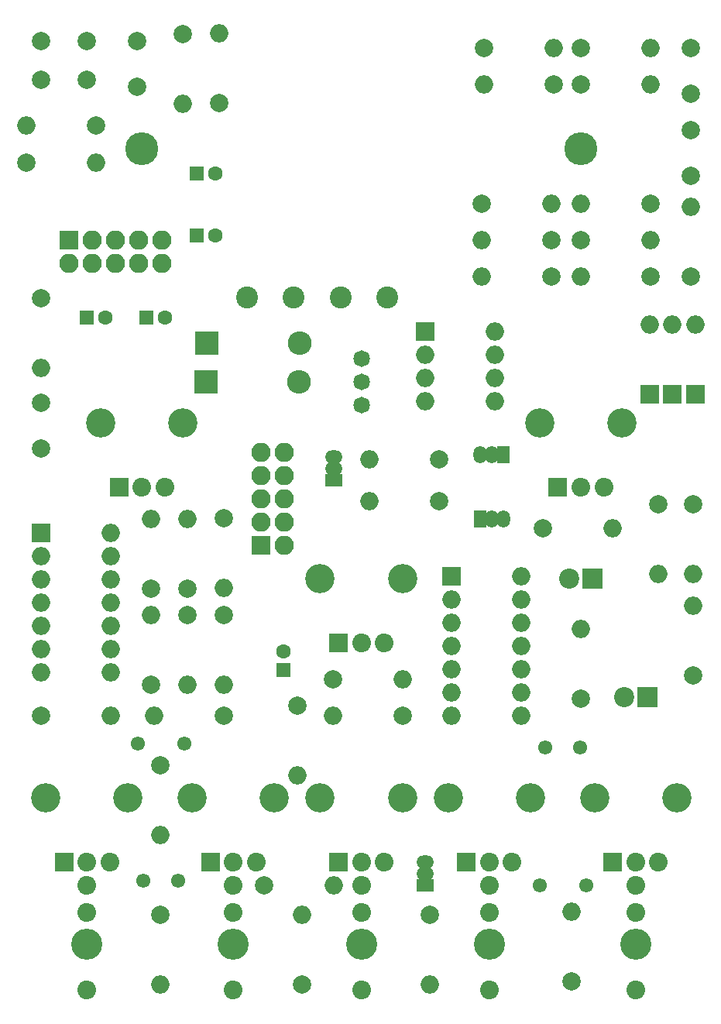
<source format=gbs>
G04 #@! TF.GenerationSoftware,KiCad,Pcbnew,(5.0.0)*
G04 #@! TF.CreationDate,2018-11-19T16:02:45+01:00*
G04 #@! TF.ProjectId,Corona_mainBoard,436F726F6E615F6D61696E426F617264,1*
G04 #@! TF.SameCoordinates,Original*
G04 #@! TF.FileFunction,Soldermask,Bot*
G04 #@! TF.FilePolarity,Negative*
%FSLAX46Y46*%
G04 Gerber Fmt 4.6, Leading zero omitted, Abs format (unit mm)*
G04 Created by KiCad (PCBNEW (5.0.0)) date 11/19/18 16:02:45*
%MOMM*%
%LPD*%
G01*
G04 APERTURE LIST*
%ADD10C,3.600000*%
%ADD11C,2.400000*%
%ADD12C,2.048460*%
%ADD13C,3.400000*%
%ADD14R,2.048460X2.048460*%
%ADD15C,3.194000*%
%ADD16C,1.822400*%
%ADD17C,1.550000*%
%ADD18C,2.000000*%
%ADD19R,1.600000X1.600000*%
%ADD20C,1.600000*%
%ADD21O,2.600000X2.600000*%
%ADD22R,2.600000X2.600000*%
%ADD23R,2.000000X2.000000*%
%ADD24O,2.000000X2.000000*%
%ADD25R,2.200000X2.200000*%
%ADD26C,2.200000*%
%ADD27R,2.100000X2.100000*%
%ADD28O,2.100000X2.100000*%
%ADD29R,1.900000X1.450000*%
%ADD30O,1.900000X1.450000*%
%ADD31O,1.450000X1.900000*%
%ADD32R,1.450000X1.900000*%
G04 APERTURE END LIST*
D10*
G04 #@! TO.C,MK4*
X63000000Y-15000000D03*
G04 #@! TD*
G04 #@! TO.C,MK3*
X15000000Y-14999999D03*
G04 #@! TD*
D11*
G04 #@! TO.C,F1*
X26500000Y-31250000D03*
X31580000Y-31260000D03*
G04 #@! TD*
G04 #@! TO.C,F2*
X41830000Y-31260000D03*
X36750000Y-31250000D03*
G04 #@! TD*
D12*
G04 #@! TO.C,J_IN1*
X9000000Y-95501140D03*
X9000000Y-98503420D03*
X9000000Y-106999720D03*
D13*
X9000000Y-102001000D03*
G04 #@! TD*
G04 #@! TO.C,J_OUT1*
X69000000Y-102000000D03*
D12*
X69000000Y-106998720D03*
X69000000Y-98502420D03*
X69000000Y-95500140D03*
G04 #@! TD*
D14*
G04 #@! TO.C,RV_FB1*
X60500640Y-51997700D03*
D12*
X63000000Y-51997700D03*
X65499360Y-51997700D03*
D15*
X58501660Y-45000000D03*
X67498340Y-45000000D03*
G04 #@! TD*
D16*
G04 #@! TO.C,SW1*
X39000000Y-43040000D03*
X39000000Y-37960000D03*
X39000000Y-40500000D03*
G04 #@! TD*
D15*
G04 #@! TO.C,RV_GAIN1*
X73498340Y-86000000D03*
X64501660Y-86000000D03*
D12*
X71499360Y-92997700D03*
X69000000Y-92997700D03*
D14*
X66500640Y-92997700D03*
G04 #@! TD*
D13*
G04 #@! TO.C,J_IN_DRV1*
X25000000Y-102000000D03*
D12*
X25000000Y-106998720D03*
X25000000Y-98502420D03*
X25000000Y-95500140D03*
G04 #@! TD*
G04 #@! TO.C,J_IN_FB1*
X53000000Y-95500140D03*
X53000000Y-98502420D03*
X53000000Y-106998720D03*
D13*
X53000000Y-102000000D03*
G04 #@! TD*
D14*
G04 #@! TO.C,RV_DRV1*
X12500640Y-51997700D03*
D12*
X15000000Y-51997700D03*
X17499360Y-51997700D03*
D15*
X10501660Y-45000000D03*
X19498340Y-45000000D03*
G04 #@! TD*
G04 #@! TO.C,RV_DRV_CV1*
X29498340Y-86000000D03*
X20501660Y-86000000D03*
D12*
X27499360Y-92997700D03*
X25000000Y-92997700D03*
D14*
X22500640Y-92997700D03*
G04 #@! TD*
D15*
G04 #@! TO.C,RV_FB_CV1*
X57498340Y-86000000D03*
X48501660Y-86000000D03*
D12*
X55499360Y-92997700D03*
X53000000Y-92997700D03*
D14*
X50500640Y-92997700D03*
G04 #@! TD*
D12*
G04 #@! TO.C,J_IN_TONE1*
X39000000Y-95500140D03*
X39000000Y-98502420D03*
X39000000Y-106998720D03*
D13*
X39000000Y-102000000D03*
G04 #@! TD*
D15*
G04 #@! TO.C,RV_IN1*
X13498340Y-86000000D03*
X4501660Y-86000000D03*
D12*
X11499360Y-92997700D03*
X9000000Y-92997700D03*
D14*
X6500640Y-92997700D03*
G04 #@! TD*
G04 #@! TO.C,RV_TONE1*
X36500640Y-68997700D03*
D12*
X39000000Y-68997700D03*
X41499360Y-68997700D03*
D15*
X34501660Y-62000000D03*
X43498340Y-62000000D03*
G04 #@! TD*
G04 #@! TO.C,RV_TONE_CV1*
X43498340Y-86000000D03*
X34501660Y-86000000D03*
D12*
X41499360Y-92997700D03*
X39000000Y-92997700D03*
D14*
X36500640Y-92997700D03*
G04 #@! TD*
D17*
G04 #@! TO.C,U5*
X15200000Y-95000000D03*
X14560000Y-80000000D03*
X19640000Y-80000000D03*
X19000000Y-95000000D03*
G04 #@! TD*
G04 #@! TO.C,U6*
X62940000Y-80500000D03*
X63580000Y-95500000D03*
X58500000Y-95500000D03*
X59140000Y-80500000D03*
G04 #@! TD*
D18*
G04 #@! TO.C,C1*
X9000000Y-3250000D03*
X4000000Y-3250000D03*
G04 #@! TD*
G04 #@! TO.C,C2*
X9000000Y-7500000D03*
X4000000Y-7500000D03*
G04 #@! TD*
G04 #@! TO.C,C5*
X75000000Y-18000000D03*
X75000000Y-13000000D03*
G04 #@! TD*
G04 #@! TO.C,C6*
X75000000Y-9000000D03*
X75000000Y-4000000D03*
G04 #@! TD*
G04 #@! TO.C,C8*
X4000000Y-47750000D03*
X4000000Y-42750000D03*
G04 #@! TD*
G04 #@! TO.C,C9*
X14500000Y-8250000D03*
X14500000Y-3250000D03*
G04 #@! TD*
D19*
G04 #@! TO.C,C3*
X9000000Y-33500000D03*
D20*
X11000000Y-33500000D03*
G04 #@! TD*
G04 #@! TO.C,C4*
X17500000Y-33500000D03*
D19*
X15500000Y-33500000D03*
G04 #@! TD*
D20*
G04 #@! TO.C,C7*
X23000000Y-17750000D03*
D19*
X21000000Y-17750000D03*
G04 #@! TD*
G04 #@! TO.C,C10*
X21000000Y-24500000D03*
D20*
X23000000Y-24500000D03*
G04 #@! TD*
D19*
G04 #@! TO.C,C12*
X30500000Y-72000000D03*
D20*
X30500000Y-70000000D03*
G04 #@! TD*
D21*
G04 #@! TO.C,D1*
X32160000Y-40500000D03*
D22*
X22000000Y-40500000D03*
G04 #@! TD*
G04 #@! TO.C,D2*
X22090000Y-36250000D03*
D21*
X32250000Y-36250000D03*
G04 #@! TD*
D23*
G04 #@! TO.C,D3*
X70500000Y-41870000D03*
D24*
X70500000Y-34250000D03*
G04 #@! TD*
G04 #@! TO.C,D4*
X73000000Y-34250000D03*
D23*
X73000000Y-41870000D03*
G04 #@! TD*
G04 #@! TO.C,D5*
X75500000Y-41870000D03*
D24*
X75500000Y-34250000D03*
G04 #@! TD*
D25*
G04 #@! TO.C,D6*
X70250000Y-75000000D03*
D26*
X67710000Y-75000000D03*
G04 #@! TD*
D25*
G04 #@! TO.C,D7*
X64250000Y-62000000D03*
D26*
X61710000Y-62000000D03*
G04 #@! TD*
D27*
G04 #@! TO.C,J1*
X28000000Y-58403000D03*
D28*
X30540000Y-58403000D03*
X28000000Y-55863000D03*
X30540000Y-55863000D03*
X28000000Y-53323000D03*
X30540000Y-53323000D03*
X28000000Y-50783000D03*
X30540000Y-50783000D03*
X28000000Y-48243000D03*
X30540000Y-48243000D03*
G04 #@! TD*
G04 #@! TO.C,J3*
X17160000Y-27540000D03*
X17160000Y-25000000D03*
X14620000Y-27540000D03*
X14620000Y-25000000D03*
X12080000Y-27540000D03*
X12080000Y-25000000D03*
X9540000Y-27540000D03*
X9540000Y-25000000D03*
X7000000Y-27540000D03*
D27*
X7000000Y-25000000D03*
G04 #@! TD*
D29*
G04 #@! TO.C,Q1*
X36000000Y-51290000D03*
D30*
X36000000Y-48750000D03*
X36000000Y-50020000D03*
G04 #@! TD*
G04 #@! TO.C,Q2*
X46000000Y-94230000D03*
X46000000Y-92960000D03*
D29*
X46000000Y-95500000D03*
G04 #@! TD*
D31*
G04 #@! TO.C,Q3*
X53230000Y-48500000D03*
X51960000Y-48500000D03*
D32*
X54500000Y-48500000D03*
G04 #@! TD*
G04 #@! TO.C,Q4*
X51960000Y-55500000D03*
D31*
X54500000Y-55500000D03*
X53230000Y-55500000D03*
G04 #@! TD*
D18*
G04 #@! TO.C,R1*
X10000000Y-12500000D03*
D24*
X2380000Y-12500000D03*
G04 #@! TD*
G04 #@! TO.C,R2*
X19500000Y-10120000D03*
D18*
X19500000Y-2500000D03*
G04 #@! TD*
D24*
G04 #@! TO.C,R3*
X10000000Y-16500000D03*
D18*
X2380000Y-16500000D03*
G04 #@! TD*
D24*
G04 #@! TO.C,R4*
X23500000Y-2380000D03*
D18*
X23500000Y-10000000D03*
G04 #@! TD*
G04 #@! TO.C,R5*
X17000000Y-98750000D03*
D24*
X17000000Y-106370000D03*
G04 #@! TD*
G04 #@! TO.C,R6*
X66500000Y-56500000D03*
D18*
X58880000Y-56500000D03*
G04 #@! TD*
D24*
G04 #@! TO.C,R7*
X11620000Y-77000000D03*
D18*
X4000000Y-77000000D03*
G04 #@! TD*
G04 #@! TO.C,R8*
X60000000Y-8000000D03*
D24*
X52380000Y-8000000D03*
G04 #@! TD*
G04 #@! TO.C,R9*
X20000000Y-55500000D03*
D18*
X20000000Y-63120000D03*
G04 #@! TD*
G04 #@! TO.C,R10*
X20000000Y-66000000D03*
D24*
X20000000Y-73620000D03*
G04 #@! TD*
G04 #@! TO.C,R11*
X16000000Y-55500000D03*
D18*
X16000000Y-63120000D03*
G04 #@! TD*
D24*
G04 #@! TO.C,R12*
X46500000Y-106370000D03*
D18*
X46500000Y-98750000D03*
G04 #@! TD*
D24*
G04 #@! TO.C,R13*
X52130000Y-29000000D03*
D18*
X59750000Y-29000000D03*
G04 #@! TD*
G04 #@! TO.C,R14*
X24000000Y-55380000D03*
D24*
X24000000Y-63000000D03*
G04 #@! TD*
D18*
G04 #@! TO.C,R15*
X75250000Y-53880000D03*
D24*
X75250000Y-61500000D03*
G04 #@! TD*
G04 #@! TO.C,R16*
X32500000Y-98750000D03*
D18*
X32500000Y-106370000D03*
G04 #@! TD*
G04 #@! TO.C,R17*
X24000000Y-66000000D03*
D24*
X24000000Y-73620000D03*
G04 #@! TD*
G04 #@! TO.C,R18*
X36000000Y-95500000D03*
D18*
X28380000Y-95500000D03*
G04 #@! TD*
G04 #@! TO.C,R19*
X62000000Y-106000000D03*
D24*
X62000000Y-98380000D03*
G04 #@! TD*
G04 #@! TO.C,R20*
X43500000Y-73000000D03*
D18*
X35880000Y-73000000D03*
G04 #@! TD*
G04 #@! TO.C,R21*
X75250000Y-72620000D03*
D24*
X75250000Y-65000000D03*
G04 #@! TD*
D18*
G04 #@! TO.C,R22*
X43500000Y-77000000D03*
D24*
X35880000Y-77000000D03*
G04 #@! TD*
G04 #@! TO.C,R25*
X39880000Y-49000000D03*
D18*
X47500000Y-49000000D03*
G04 #@! TD*
D24*
G04 #@! TO.C,R26*
X71500000Y-61500000D03*
D18*
X71500000Y-53880000D03*
G04 #@! TD*
G04 #@! TO.C,R27*
X17000000Y-82380000D03*
D24*
X17000000Y-90000000D03*
G04 #@! TD*
D18*
G04 #@! TO.C,R30*
X32000000Y-75880000D03*
D24*
X32000000Y-83500000D03*
G04 #@! TD*
G04 #@! TO.C,R31*
X63000000Y-67500000D03*
D18*
X63000000Y-75120000D03*
G04 #@! TD*
G04 #@! TO.C,R32*
X70620000Y-29000000D03*
D24*
X63000000Y-29000000D03*
G04 #@! TD*
G04 #@! TO.C,R33*
X70620000Y-25000000D03*
D18*
X63000000Y-25000000D03*
G04 #@! TD*
G04 #@! TO.C,R34*
X70620000Y-21000000D03*
D24*
X63000000Y-21000000D03*
G04 #@! TD*
D18*
G04 #@! TO.C,R35*
X63000000Y-4000000D03*
D24*
X70620000Y-4000000D03*
G04 #@! TD*
D18*
G04 #@! TO.C,R36*
X47500000Y-53500000D03*
D24*
X39880000Y-53500000D03*
G04 #@! TD*
D18*
G04 #@! TO.C,R37*
X52380000Y-4000000D03*
D24*
X60000000Y-4000000D03*
G04 #@! TD*
D18*
G04 #@! TO.C,R38*
X75000000Y-29000000D03*
D24*
X75000000Y-21380000D03*
G04 #@! TD*
D18*
G04 #@! TO.C,R39*
X63000000Y-8000000D03*
D24*
X70620000Y-8000000D03*
G04 #@! TD*
G04 #@! TO.C,R40*
X16000000Y-66000000D03*
D18*
X16000000Y-73620000D03*
G04 #@! TD*
G04 #@! TO.C,R41*
X24000000Y-77000000D03*
D24*
X16380000Y-77000000D03*
G04 #@! TD*
D18*
G04 #@! TO.C,R42*
X4000000Y-31380000D03*
D24*
X4000000Y-39000000D03*
G04 #@! TD*
G04 #@! TO.C,U1*
X11620000Y-57000000D03*
X4000000Y-72240000D03*
X11620000Y-59540000D03*
X4000000Y-69700000D03*
X11620000Y-62080000D03*
X4000000Y-67160000D03*
X11620000Y-64620000D03*
X4000000Y-64620000D03*
X11620000Y-67160000D03*
X4000000Y-62080000D03*
X11620000Y-69700000D03*
X4000000Y-59540000D03*
X11620000Y-72240000D03*
D23*
X4000000Y-57000000D03*
G04 #@! TD*
G04 #@! TO.C,U3*
X48880000Y-61760000D03*
D24*
X56500000Y-77000000D03*
X48880000Y-64300000D03*
X56500000Y-74460000D03*
X48880000Y-66840000D03*
X56500000Y-71920000D03*
X48880000Y-69380000D03*
X56500000Y-69380000D03*
X48880000Y-71920000D03*
X56500000Y-66840000D03*
X48880000Y-74460000D03*
X56500000Y-64300000D03*
X48880000Y-77000000D03*
X56500000Y-61760000D03*
G04 #@! TD*
D23*
G04 #@! TO.C,U4*
X46000000Y-35000000D03*
D24*
X53620000Y-42620000D03*
X46000000Y-37540000D03*
X53620000Y-40080000D03*
X46000000Y-40080000D03*
X53620000Y-37540000D03*
X46000000Y-42620000D03*
X53620000Y-35000000D03*
G04 #@! TD*
D18*
G04 #@! TO.C,R28*
X52130000Y-21000000D03*
D24*
X59750000Y-21000000D03*
G04 #@! TD*
G04 #@! TO.C,R29*
X52130000Y-25000000D03*
D18*
X59750000Y-25000000D03*
G04 #@! TD*
M02*

</source>
